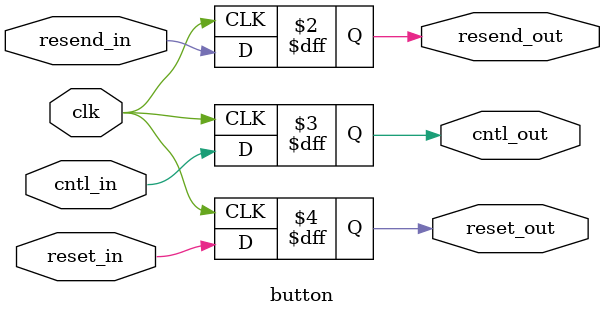
<source format=v>
`timescale 1ns / 1ps


module button(
        input wire clk,
        input wire resend_in,
        input wire reset_in,
        input wire cntl_in,

        output reg resend_out,
        output reg cntl_out,
        output reg reset_out

    );



    always @(posedge clk)begin
        resend_out <= resend_in;
        reset_out <= reset_in;
        cntl_out <= cntl_in;
    end
endmodule


// the button module takes 4 input clk, resend_in, reset_in, cntl_in and then assign the resend_in to resend_out, reset_in to reset_out and cntl_in to cntl_out and outputs the three variable. resend_out, cntl_out, reset_out
</source>
